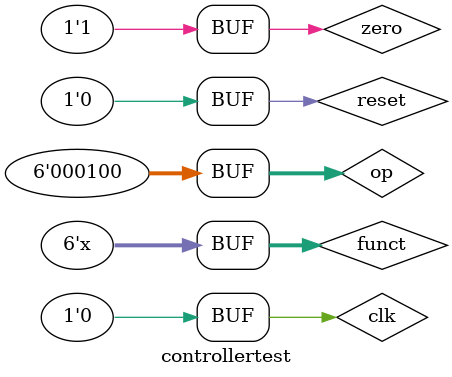
<source format=sv>
module controllertest();
logic clk, reset;
logic [5:0] op, funct;
logic zero;
logic pcen, memwrite, irwrite, regwrite;
logic alusrca, iord, memtoreg, regdst;
logic [1:0] alusrcb, pcsrc;
logic [2:0] alucontrol;
controller dut(clk, reset, op, funct, zero, pcen, memwrite, irwrite, regwrite, alusrca, iord,
memtoreg, regdst, alusrcb, pcsrc, alucontrol);
// generate clock to sequence tests
always
begin
clk <= 1; # 5; clk <= 0; # 5;
end
parameter LW = 6'b100011; // Opcode for lw
parameter SW = 6'b101011; // Opcode for sw
parameter RTYPE = 6'b000000; // Opcode for R-type
parameter BEQ = 6'b000100; // Opcode for beq
parameter ADDI = 6'b001000; // Opcode for addi
parameter J = 6'b000010; // Opcode for j
// initialize test
initial
begin
reset <= 1; # 20; reset <= 0;
// ADD instruction
op = RTYPE; funct = 6'b100000; zero = 1'b0; #40;
// SUB instruction
op = RTYPE; funct = 6'b100010; zero = 1'b0; #40;
// AND instruction
op = RTYPE; funct = 6'b100100; zero = 1'b0; #40;
// OR instruction
op = RTYPE; funct = 6'b100101; zero = 1'b0; #40;
// SLT instruction
op = RTYPE; funct = 6'b101010; zero = 1'b0; #40;
// SW instruction
op = SW; funct = 6'bxxxxxx; zero = 1'b0; #40;
// LW instruction
op = LW; funct = 6'bxxxxxx; zero = 1'b0; #50;
// J instruction
op = J; funct = 6'bxxxxxx; zero = 1'b0; #30;
// ADDI instruction
op = ADDI; funct = 6'bxxxxxx; zero = 1'b0; #40;
// BEQ - not taken instruction
op = BEQ; funct = 6'bxxxxxx; zero = 1'b0; #30;
// BEQ - taken instruction
op = BEQ; funct = 6'bxxxxxx; zero = 1'b1; #30;
end
endmodule

</source>
